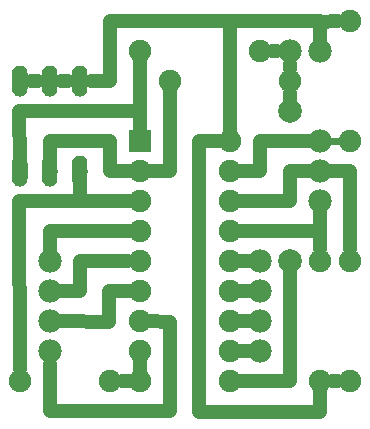
<source format=gbl>
G04 MADE WITH FRITZING*
G04 WWW.FRITZING.ORG*
G04 DOUBLE SIDED*
G04 HOLES PLATED*
G04 CONTOUR ON CENTER OF CONTOUR VECTOR*
%ASAXBY*%
%FSLAX23Y23*%
%MOIN*%
%OFA0B0*%
%SFA1.0B1.0*%
%ADD10C,0.075000*%
%ADD11C,0.078000*%
%ADD12C,0.052000*%
%ADD13C,0.078740*%
%ADD14R,0.075000X0.075000*%
%ADD15C,0.048000*%
%ADD16C,0.024000*%
%ADD17R,0.001000X0.001000*%
%LNCOPPER0*%
G90*
G70*
G54D10*
X518Y1117D03*
X818Y1117D03*
X518Y1017D03*
X818Y1017D03*
X518Y917D03*
X818Y917D03*
X518Y817D03*
X818Y817D03*
X518Y717D03*
X818Y717D03*
X518Y617D03*
X818Y617D03*
X518Y517D03*
X818Y517D03*
X518Y417D03*
X818Y417D03*
X1018Y1217D03*
X1018Y717D03*
X518Y317D03*
X818Y317D03*
G54D11*
X1118Y917D03*
X1118Y1017D03*
X1118Y1117D03*
X918Y417D03*
X918Y517D03*
X918Y617D03*
X918Y717D03*
X218Y417D03*
X218Y517D03*
X218Y617D03*
X218Y717D03*
G54D10*
X1218Y1117D03*
X1218Y1517D03*
X1218Y717D03*
X1218Y317D03*
X1118Y717D03*
X1118Y317D03*
G54D12*
X118Y1017D03*
X218Y1017D03*
X218Y1317D03*
X118Y1317D03*
X218Y1017D03*
X318Y1017D03*
X318Y1317D03*
X218Y1317D03*
G54D10*
X518Y1417D03*
X918Y1417D03*
X618Y1317D03*
X1018Y1317D03*
X118Y317D03*
X418Y317D03*
G54D11*
X1018Y1417D03*
X1118Y1417D03*
G54D13*
X1018Y1217D03*
X1018Y717D03*
G54D14*
X518Y1117D03*
G54D15*
X1118Y1516D02*
X1118Y1459D01*
D02*
X1178Y1517D02*
X1118Y1516D01*
D02*
X1018Y1278D02*
X1018Y1255D01*
G54D16*
D02*
X1148Y1117D02*
X1189Y1117D01*
D02*
X190Y1317D02*
X145Y1317D01*
G54D15*
D02*
X279Y1317D02*
X256Y1317D01*
D02*
X1218Y1018D02*
X1218Y757D01*
D02*
X1159Y1018D02*
X1218Y1018D01*
D02*
X1018Y1357D02*
X1018Y1376D01*
D02*
X976Y1417D02*
X957Y1417D01*
D02*
X179Y1317D02*
X156Y1317D01*
D02*
X1117Y757D02*
X1117Y817D01*
D02*
X1117Y817D02*
X1117Y876D01*
D02*
X1157Y317D02*
X1178Y317D01*
D02*
X317Y618D02*
X248Y618D01*
D02*
X317Y717D02*
X317Y618D01*
D02*
X478Y717D02*
X317Y717D01*
D02*
X416Y516D02*
X259Y517D01*
D02*
X489Y618D02*
X416Y618D01*
D02*
X416Y618D02*
X416Y516D01*
D02*
X218Y819D02*
X218Y748D01*
D02*
X489Y818D02*
X218Y819D01*
D02*
X116Y918D02*
X117Y357D01*
D02*
X489Y917D02*
X116Y918D01*
D02*
X317Y918D02*
X489Y918D01*
D02*
X317Y990D02*
X317Y918D01*
D02*
X116Y1218D02*
X518Y1218D01*
D02*
X518Y1218D02*
X518Y1146D01*
D02*
X117Y1045D02*
X116Y1218D01*
D02*
X818Y1518D02*
X818Y1146D01*
D02*
X418Y1517D02*
X818Y1518D01*
D02*
X418Y1317D02*
X418Y1517D01*
D02*
X356Y1317D02*
X418Y1317D01*
D02*
X617Y1017D02*
X546Y1017D01*
D02*
X617Y1289D02*
X617Y1017D01*
D02*
X518Y1317D02*
X518Y1146D01*
D02*
X518Y1389D02*
X518Y1317D01*
D02*
X1118Y1518D02*
X818Y1518D01*
D02*
X818Y1518D02*
X818Y1146D01*
D02*
X1118Y1448D02*
X1118Y1518D01*
D02*
X518Y318D02*
X518Y389D01*
D02*
X457Y318D02*
X518Y318D01*
D02*
X518Y346D02*
X518Y389D01*
D02*
X1019Y318D02*
X1018Y691D01*
D02*
X846Y318D02*
X1019Y318D01*
D02*
X846Y717D02*
X887Y717D01*
D02*
X846Y617D02*
X887Y617D01*
D02*
X846Y517D02*
X887Y517D01*
D02*
X917Y1119D02*
X1087Y1118D01*
D02*
X917Y1017D02*
X917Y1119D01*
D02*
X846Y1017D02*
X917Y1017D01*
D02*
X1019Y1017D02*
X1087Y1017D01*
D02*
X1019Y918D02*
X1019Y1017D01*
D02*
X846Y918D02*
X1019Y918D01*
D02*
X1118Y819D02*
X846Y818D01*
D02*
X1118Y887D02*
X1118Y819D01*
D02*
X716Y1119D02*
X789Y1118D01*
D02*
X1118Y216D02*
X716Y216D01*
D02*
X716Y216D02*
X716Y1119D01*
D02*
X1118Y289D02*
X1118Y216D01*
D02*
X218Y218D02*
X218Y376D01*
D02*
X617Y516D02*
X619Y218D01*
D02*
X546Y517D02*
X617Y516D01*
D02*
X619Y218D02*
X218Y218D01*
D02*
X887Y417D02*
X846Y417D01*
D02*
X417Y1118D02*
X417Y1019D01*
D02*
X417Y1019D02*
X489Y1018D01*
D02*
X218Y1118D02*
X417Y1118D01*
D02*
X218Y1045D02*
X218Y1118D01*
G54D17*
X111Y1369D02*
X123Y1369D01*
X211Y1369D02*
X223Y1369D01*
X311Y1369D02*
X323Y1369D01*
X108Y1368D02*
X126Y1368D01*
X208Y1368D02*
X226Y1368D01*
X308Y1368D02*
X326Y1368D01*
X106Y1367D02*
X128Y1367D01*
X206Y1367D02*
X228Y1367D01*
X306Y1367D02*
X328Y1367D01*
X104Y1366D02*
X130Y1366D01*
X204Y1366D02*
X230Y1366D01*
X304Y1366D02*
X330Y1366D01*
X103Y1365D02*
X131Y1365D01*
X203Y1365D02*
X231Y1365D01*
X303Y1365D02*
X331Y1365D01*
X101Y1364D02*
X133Y1364D01*
X201Y1364D02*
X233Y1364D01*
X301Y1364D02*
X333Y1364D01*
X100Y1363D02*
X134Y1363D01*
X200Y1363D02*
X234Y1363D01*
X300Y1363D02*
X334Y1363D01*
X99Y1362D02*
X135Y1362D01*
X199Y1362D02*
X235Y1362D01*
X299Y1362D02*
X335Y1362D01*
X98Y1361D02*
X136Y1361D01*
X198Y1361D02*
X236Y1361D01*
X298Y1361D02*
X336Y1361D01*
X97Y1360D02*
X137Y1360D01*
X197Y1360D02*
X237Y1360D01*
X297Y1360D02*
X337Y1360D01*
X97Y1359D02*
X137Y1359D01*
X196Y1359D02*
X237Y1359D01*
X296Y1359D02*
X337Y1359D01*
X96Y1358D02*
X138Y1358D01*
X196Y1358D02*
X238Y1358D01*
X296Y1358D02*
X338Y1358D01*
X95Y1357D02*
X139Y1357D01*
X195Y1357D02*
X239Y1357D01*
X295Y1357D02*
X339Y1357D01*
X95Y1356D02*
X139Y1356D01*
X195Y1356D02*
X239Y1356D01*
X295Y1356D02*
X339Y1356D01*
X94Y1355D02*
X140Y1355D01*
X194Y1355D02*
X240Y1355D01*
X294Y1355D02*
X340Y1355D01*
X94Y1354D02*
X140Y1354D01*
X194Y1354D02*
X240Y1354D01*
X294Y1354D02*
X340Y1354D01*
X93Y1353D02*
X141Y1353D01*
X193Y1353D02*
X241Y1353D01*
X293Y1353D02*
X341Y1353D01*
X93Y1352D02*
X141Y1352D01*
X193Y1352D02*
X241Y1352D01*
X293Y1352D02*
X341Y1352D01*
X93Y1351D02*
X141Y1351D01*
X193Y1351D02*
X241Y1351D01*
X293Y1351D02*
X341Y1351D01*
X92Y1350D02*
X142Y1350D01*
X192Y1350D02*
X242Y1350D01*
X292Y1350D02*
X342Y1350D01*
X92Y1349D02*
X142Y1349D01*
X192Y1349D02*
X242Y1349D01*
X292Y1349D02*
X342Y1349D01*
X92Y1348D02*
X142Y1348D01*
X192Y1348D02*
X242Y1348D01*
X292Y1348D02*
X342Y1348D01*
X92Y1347D02*
X142Y1347D01*
X192Y1347D02*
X242Y1347D01*
X292Y1347D02*
X342Y1347D01*
X92Y1346D02*
X142Y1346D01*
X192Y1346D02*
X242Y1346D01*
X292Y1346D02*
X342Y1346D01*
X92Y1345D02*
X142Y1345D01*
X192Y1345D02*
X242Y1345D01*
X292Y1345D02*
X342Y1345D01*
X92Y1344D02*
X142Y1344D01*
X192Y1344D02*
X242Y1344D01*
X291Y1344D02*
X342Y1344D01*
X92Y1343D02*
X143Y1343D01*
X191Y1343D02*
X242Y1343D01*
X291Y1343D02*
X342Y1343D01*
X92Y1342D02*
X143Y1342D01*
X191Y1342D02*
X242Y1342D01*
X291Y1342D02*
X342Y1342D01*
X92Y1341D02*
X143Y1341D01*
X191Y1341D02*
X242Y1341D01*
X291Y1341D02*
X342Y1341D01*
X92Y1340D02*
X143Y1340D01*
X191Y1340D02*
X242Y1340D01*
X291Y1340D02*
X342Y1340D01*
X92Y1339D02*
X143Y1339D01*
X191Y1339D02*
X242Y1339D01*
X291Y1339D02*
X342Y1339D01*
X92Y1338D02*
X143Y1338D01*
X191Y1338D02*
X242Y1338D01*
X291Y1338D02*
X342Y1338D01*
X92Y1337D02*
X143Y1337D01*
X191Y1337D02*
X242Y1337D01*
X291Y1337D02*
X342Y1337D01*
X92Y1336D02*
X143Y1336D01*
X191Y1336D02*
X242Y1336D01*
X291Y1336D02*
X342Y1336D01*
X92Y1335D02*
X143Y1335D01*
X191Y1335D02*
X242Y1335D01*
X291Y1335D02*
X342Y1335D01*
X92Y1334D02*
X143Y1334D01*
X191Y1334D02*
X242Y1334D01*
X291Y1334D02*
X342Y1334D01*
X92Y1333D02*
X112Y1333D01*
X122Y1333D02*
X143Y1333D01*
X191Y1333D02*
X212Y1333D01*
X222Y1333D02*
X242Y1333D01*
X291Y1333D02*
X312Y1333D01*
X322Y1333D02*
X342Y1333D01*
X92Y1332D02*
X109Y1332D01*
X125Y1332D02*
X143Y1332D01*
X191Y1332D02*
X209Y1332D01*
X225Y1332D02*
X242Y1332D01*
X291Y1332D02*
X309Y1332D01*
X325Y1332D02*
X342Y1332D01*
X92Y1331D02*
X108Y1331D01*
X126Y1331D02*
X143Y1331D01*
X191Y1331D02*
X208Y1331D01*
X226Y1331D02*
X242Y1331D01*
X291Y1331D02*
X308Y1331D01*
X326Y1331D02*
X342Y1331D01*
X92Y1330D02*
X106Y1330D01*
X128Y1330D02*
X143Y1330D01*
X191Y1330D02*
X206Y1330D01*
X228Y1330D02*
X242Y1330D01*
X291Y1330D02*
X306Y1330D01*
X328Y1330D02*
X342Y1330D01*
X92Y1329D02*
X105Y1329D01*
X129Y1329D02*
X143Y1329D01*
X191Y1329D02*
X205Y1329D01*
X229Y1329D02*
X242Y1329D01*
X291Y1329D02*
X305Y1329D01*
X329Y1329D02*
X342Y1329D01*
X92Y1328D02*
X104Y1328D01*
X130Y1328D02*
X143Y1328D01*
X191Y1328D02*
X204Y1328D01*
X230Y1328D02*
X242Y1328D01*
X291Y1328D02*
X304Y1328D01*
X330Y1328D02*
X342Y1328D01*
X92Y1327D02*
X103Y1327D01*
X131Y1327D02*
X143Y1327D01*
X191Y1327D02*
X203Y1327D01*
X231Y1327D02*
X242Y1327D01*
X291Y1327D02*
X303Y1327D01*
X331Y1327D02*
X342Y1327D01*
X92Y1326D02*
X103Y1326D01*
X131Y1326D02*
X143Y1326D01*
X191Y1326D02*
X203Y1326D01*
X231Y1326D02*
X242Y1326D01*
X291Y1326D02*
X303Y1326D01*
X331Y1326D02*
X342Y1326D01*
X92Y1325D02*
X102Y1325D01*
X132Y1325D02*
X143Y1325D01*
X191Y1325D02*
X202Y1325D01*
X232Y1325D02*
X242Y1325D01*
X291Y1325D02*
X302Y1325D01*
X332Y1325D02*
X342Y1325D01*
X92Y1324D02*
X102Y1324D01*
X132Y1324D02*
X143Y1324D01*
X191Y1324D02*
X202Y1324D01*
X232Y1324D02*
X242Y1324D01*
X291Y1324D02*
X302Y1324D01*
X332Y1324D02*
X342Y1324D01*
X92Y1323D02*
X101Y1323D01*
X133Y1323D02*
X143Y1323D01*
X191Y1323D02*
X201Y1323D01*
X233Y1323D02*
X242Y1323D01*
X291Y1323D02*
X301Y1323D01*
X333Y1323D02*
X342Y1323D01*
X92Y1322D02*
X101Y1322D01*
X133Y1322D02*
X143Y1322D01*
X191Y1322D02*
X201Y1322D01*
X233Y1322D02*
X242Y1322D01*
X291Y1322D02*
X301Y1322D01*
X333Y1322D02*
X342Y1322D01*
X92Y1321D02*
X101Y1321D01*
X133Y1321D02*
X143Y1321D01*
X191Y1321D02*
X201Y1321D01*
X233Y1321D02*
X242Y1321D01*
X291Y1321D02*
X301Y1321D01*
X333Y1321D02*
X342Y1321D01*
X92Y1320D02*
X101Y1320D01*
X133Y1320D02*
X143Y1320D01*
X191Y1320D02*
X201Y1320D01*
X233Y1320D02*
X242Y1320D01*
X291Y1320D02*
X301Y1320D01*
X333Y1320D02*
X342Y1320D01*
X92Y1319D02*
X101Y1319D01*
X133Y1319D02*
X143Y1319D01*
X191Y1319D02*
X201Y1319D01*
X233Y1319D02*
X242Y1319D01*
X291Y1319D02*
X301Y1319D01*
X333Y1319D02*
X342Y1319D01*
X92Y1318D02*
X101Y1318D01*
X133Y1318D02*
X143Y1318D01*
X191Y1318D02*
X201Y1318D01*
X233Y1318D02*
X242Y1318D01*
X291Y1318D02*
X301Y1318D01*
X333Y1318D02*
X342Y1318D01*
X92Y1317D02*
X101Y1317D01*
X133Y1317D02*
X143Y1317D01*
X191Y1317D02*
X201Y1317D01*
X233Y1317D02*
X242Y1317D01*
X291Y1317D02*
X301Y1317D01*
X333Y1317D02*
X342Y1317D01*
X92Y1316D02*
X101Y1316D01*
X133Y1316D02*
X143Y1316D01*
X191Y1316D02*
X201Y1316D01*
X233Y1316D02*
X242Y1316D01*
X291Y1316D02*
X301Y1316D01*
X333Y1316D02*
X342Y1316D01*
X92Y1315D02*
X101Y1315D01*
X133Y1315D02*
X143Y1315D01*
X191Y1315D02*
X201Y1315D01*
X233Y1315D02*
X242Y1315D01*
X291Y1315D02*
X301Y1315D01*
X333Y1315D02*
X342Y1315D01*
X92Y1314D02*
X101Y1314D01*
X133Y1314D02*
X143Y1314D01*
X191Y1314D02*
X201Y1314D01*
X233Y1314D02*
X242Y1314D01*
X291Y1314D02*
X301Y1314D01*
X333Y1314D02*
X342Y1314D01*
X92Y1313D02*
X101Y1313D01*
X133Y1313D02*
X143Y1313D01*
X191Y1313D02*
X201Y1313D01*
X233Y1313D02*
X242Y1313D01*
X291Y1313D02*
X301Y1313D01*
X333Y1313D02*
X342Y1313D01*
X92Y1312D02*
X102Y1312D01*
X132Y1312D02*
X143Y1312D01*
X191Y1312D02*
X202Y1312D01*
X232Y1312D02*
X242Y1312D01*
X291Y1312D02*
X302Y1312D01*
X332Y1312D02*
X342Y1312D01*
X92Y1311D02*
X102Y1311D01*
X132Y1311D02*
X143Y1311D01*
X191Y1311D02*
X202Y1311D01*
X232Y1311D02*
X242Y1311D01*
X291Y1311D02*
X302Y1311D01*
X332Y1311D02*
X342Y1311D01*
X92Y1310D02*
X103Y1310D01*
X131Y1310D02*
X143Y1310D01*
X191Y1310D02*
X203Y1310D01*
X231Y1310D02*
X242Y1310D01*
X291Y1310D02*
X303Y1310D01*
X331Y1310D02*
X342Y1310D01*
X92Y1309D02*
X103Y1309D01*
X131Y1309D02*
X143Y1309D01*
X191Y1309D02*
X203Y1309D01*
X231Y1309D02*
X242Y1309D01*
X291Y1309D02*
X303Y1309D01*
X331Y1309D02*
X342Y1309D01*
X92Y1308D02*
X104Y1308D01*
X130Y1308D02*
X143Y1308D01*
X191Y1308D02*
X204Y1308D01*
X230Y1308D02*
X242Y1308D01*
X291Y1308D02*
X304Y1308D01*
X330Y1308D02*
X342Y1308D01*
X92Y1307D02*
X105Y1307D01*
X129Y1307D02*
X143Y1307D01*
X191Y1307D02*
X205Y1307D01*
X229Y1307D02*
X242Y1307D01*
X291Y1307D02*
X305Y1307D01*
X329Y1307D02*
X342Y1307D01*
X92Y1306D02*
X106Y1306D01*
X128Y1306D02*
X143Y1306D01*
X191Y1306D02*
X206Y1306D01*
X228Y1306D02*
X242Y1306D01*
X291Y1306D02*
X306Y1306D01*
X328Y1306D02*
X342Y1306D01*
X92Y1305D02*
X107Y1305D01*
X127Y1305D02*
X143Y1305D01*
X191Y1305D02*
X207Y1305D01*
X227Y1305D02*
X242Y1305D01*
X291Y1305D02*
X307Y1305D01*
X327Y1305D02*
X342Y1305D01*
X92Y1304D02*
X109Y1304D01*
X125Y1304D02*
X143Y1304D01*
X191Y1304D02*
X209Y1304D01*
X225Y1304D02*
X242Y1304D01*
X291Y1304D02*
X308Y1304D01*
X325Y1304D02*
X342Y1304D01*
X92Y1303D02*
X110Y1303D01*
X124Y1303D02*
X143Y1303D01*
X191Y1303D02*
X210Y1303D01*
X224Y1303D02*
X242Y1303D01*
X291Y1303D02*
X310Y1303D01*
X323Y1303D02*
X342Y1303D01*
X92Y1302D02*
X114Y1302D01*
X120Y1302D02*
X143Y1302D01*
X191Y1302D02*
X214Y1302D01*
X220Y1302D02*
X242Y1302D01*
X291Y1302D02*
X314Y1302D01*
X320Y1302D02*
X342Y1302D01*
X92Y1301D02*
X143Y1301D01*
X191Y1301D02*
X242Y1301D01*
X291Y1301D02*
X342Y1301D01*
X92Y1300D02*
X143Y1300D01*
X191Y1300D02*
X242Y1300D01*
X291Y1300D02*
X342Y1300D01*
X92Y1299D02*
X143Y1299D01*
X191Y1299D02*
X242Y1299D01*
X291Y1299D02*
X342Y1299D01*
X92Y1298D02*
X143Y1298D01*
X191Y1298D02*
X242Y1298D01*
X291Y1298D02*
X342Y1298D01*
X92Y1297D02*
X143Y1297D01*
X191Y1297D02*
X242Y1297D01*
X291Y1297D02*
X342Y1297D01*
X92Y1296D02*
X143Y1296D01*
X191Y1296D02*
X242Y1296D01*
X291Y1296D02*
X342Y1296D01*
X92Y1295D02*
X143Y1295D01*
X191Y1295D02*
X242Y1295D01*
X291Y1295D02*
X342Y1295D01*
X92Y1294D02*
X143Y1294D01*
X191Y1294D02*
X242Y1294D01*
X291Y1294D02*
X342Y1294D01*
X92Y1293D02*
X143Y1293D01*
X191Y1293D02*
X242Y1293D01*
X291Y1293D02*
X342Y1293D01*
X92Y1292D02*
X143Y1292D01*
X191Y1292D02*
X242Y1292D01*
X291Y1292D02*
X342Y1292D01*
X92Y1291D02*
X142Y1291D01*
X192Y1291D02*
X242Y1291D01*
X292Y1291D02*
X342Y1291D01*
X92Y1290D02*
X142Y1290D01*
X192Y1290D02*
X242Y1290D01*
X292Y1290D02*
X342Y1290D01*
X92Y1289D02*
X142Y1289D01*
X192Y1289D02*
X242Y1289D01*
X292Y1289D02*
X342Y1289D01*
X92Y1288D02*
X142Y1288D01*
X192Y1288D02*
X242Y1288D01*
X292Y1288D02*
X342Y1288D01*
X92Y1287D02*
X142Y1287D01*
X192Y1287D02*
X242Y1287D01*
X292Y1287D02*
X342Y1287D01*
X92Y1286D02*
X142Y1286D01*
X192Y1286D02*
X242Y1286D01*
X292Y1286D02*
X342Y1286D01*
X92Y1285D02*
X142Y1285D01*
X192Y1285D02*
X242Y1285D01*
X292Y1285D02*
X342Y1285D01*
X93Y1284D02*
X141Y1284D01*
X193Y1284D02*
X241Y1284D01*
X293Y1284D02*
X341Y1284D01*
X93Y1283D02*
X141Y1283D01*
X193Y1283D02*
X241Y1283D01*
X293Y1283D02*
X341Y1283D01*
X93Y1282D02*
X141Y1282D01*
X193Y1282D02*
X241Y1282D01*
X293Y1282D02*
X341Y1282D01*
X94Y1281D02*
X140Y1281D01*
X194Y1281D02*
X240Y1281D01*
X294Y1281D02*
X340Y1281D01*
X94Y1280D02*
X140Y1280D01*
X194Y1280D02*
X240Y1280D01*
X294Y1280D02*
X340Y1280D01*
X95Y1279D02*
X139Y1279D01*
X195Y1279D02*
X239Y1279D01*
X295Y1279D02*
X339Y1279D01*
X96Y1278D02*
X138Y1278D01*
X196Y1278D02*
X238Y1278D01*
X295Y1278D02*
X338Y1278D01*
X96Y1277D02*
X138Y1277D01*
X196Y1277D02*
X238Y1277D01*
X296Y1277D02*
X338Y1277D01*
X97Y1276D02*
X137Y1276D01*
X197Y1276D02*
X237Y1276D01*
X297Y1276D02*
X337Y1276D01*
X98Y1275D02*
X136Y1275D01*
X198Y1275D02*
X236Y1275D01*
X298Y1275D02*
X336Y1275D01*
X99Y1274D02*
X135Y1274D01*
X199Y1274D02*
X235Y1274D01*
X299Y1274D02*
X335Y1274D01*
X100Y1273D02*
X134Y1273D01*
X200Y1273D02*
X234Y1273D01*
X300Y1273D02*
X334Y1273D01*
X101Y1272D02*
X133Y1272D01*
X201Y1272D02*
X233Y1272D01*
X301Y1272D02*
X333Y1272D01*
X102Y1271D02*
X132Y1271D01*
X202Y1271D02*
X232Y1271D01*
X302Y1271D02*
X332Y1271D01*
X103Y1270D02*
X131Y1270D01*
X203Y1270D02*
X231Y1270D01*
X303Y1270D02*
X331Y1270D01*
X105Y1269D02*
X129Y1269D01*
X205Y1269D02*
X229Y1269D01*
X305Y1269D02*
X329Y1269D01*
X107Y1268D02*
X127Y1268D01*
X207Y1268D02*
X227Y1268D01*
X307Y1268D02*
X327Y1268D01*
X110Y1267D02*
X124Y1267D01*
X210Y1267D02*
X224Y1267D01*
X310Y1267D02*
X324Y1267D01*
X114Y1266D02*
X120Y1266D01*
X214Y1266D02*
X220Y1266D01*
X314Y1266D02*
X320Y1266D01*
X111Y1069D02*
X123Y1069D01*
X211Y1069D02*
X223Y1069D01*
X311Y1069D02*
X323Y1069D01*
X108Y1068D02*
X126Y1068D01*
X208Y1068D02*
X226Y1068D01*
X308Y1068D02*
X326Y1068D01*
X106Y1067D02*
X128Y1067D01*
X206Y1067D02*
X228Y1067D01*
X306Y1067D02*
X328Y1067D01*
X104Y1066D02*
X130Y1066D01*
X204Y1066D02*
X230Y1066D01*
X304Y1066D02*
X330Y1066D01*
X103Y1065D02*
X132Y1065D01*
X202Y1065D02*
X231Y1065D01*
X302Y1065D02*
X331Y1065D01*
X101Y1064D02*
X133Y1064D01*
X201Y1064D02*
X233Y1064D01*
X301Y1064D02*
X333Y1064D01*
X100Y1063D02*
X134Y1063D01*
X200Y1063D02*
X234Y1063D01*
X300Y1063D02*
X334Y1063D01*
X99Y1062D02*
X135Y1062D01*
X199Y1062D02*
X235Y1062D01*
X299Y1062D02*
X335Y1062D01*
X98Y1061D02*
X136Y1061D01*
X198Y1061D02*
X236Y1061D01*
X298Y1061D02*
X336Y1061D01*
X97Y1060D02*
X137Y1060D01*
X197Y1060D02*
X237Y1060D01*
X297Y1060D02*
X337Y1060D01*
X96Y1059D02*
X138Y1059D01*
X196Y1059D02*
X238Y1059D01*
X296Y1059D02*
X337Y1059D01*
X96Y1058D02*
X138Y1058D01*
X196Y1058D02*
X238Y1058D01*
X296Y1058D02*
X338Y1058D01*
X95Y1057D02*
X139Y1057D01*
X195Y1057D02*
X239Y1057D01*
X295Y1057D02*
X339Y1057D01*
X95Y1056D02*
X139Y1056D01*
X195Y1056D02*
X239Y1056D01*
X295Y1056D02*
X339Y1056D01*
X94Y1055D02*
X140Y1055D01*
X194Y1055D02*
X240Y1055D01*
X294Y1055D02*
X340Y1055D01*
X94Y1054D02*
X140Y1054D01*
X194Y1054D02*
X240Y1054D01*
X294Y1054D02*
X340Y1054D01*
X93Y1053D02*
X141Y1053D01*
X193Y1053D02*
X241Y1053D01*
X293Y1053D02*
X341Y1053D01*
X93Y1052D02*
X141Y1052D01*
X193Y1052D02*
X241Y1052D01*
X293Y1052D02*
X341Y1052D01*
X93Y1051D02*
X141Y1051D01*
X193Y1051D02*
X241Y1051D01*
X292Y1051D02*
X341Y1051D01*
X92Y1050D02*
X142Y1050D01*
X192Y1050D02*
X242Y1050D01*
X292Y1050D02*
X342Y1050D01*
X92Y1049D02*
X142Y1049D01*
X192Y1049D02*
X242Y1049D01*
X292Y1049D02*
X342Y1049D01*
X92Y1048D02*
X142Y1048D01*
X192Y1048D02*
X242Y1048D01*
X292Y1048D02*
X342Y1048D01*
X92Y1047D02*
X142Y1047D01*
X192Y1047D02*
X242Y1047D01*
X292Y1047D02*
X342Y1047D01*
X92Y1046D02*
X142Y1046D01*
X192Y1046D02*
X242Y1046D01*
X292Y1046D02*
X342Y1046D01*
X92Y1045D02*
X142Y1045D01*
X192Y1045D02*
X242Y1045D01*
X292Y1045D02*
X342Y1045D01*
X92Y1044D02*
X142Y1044D01*
X192Y1044D02*
X242Y1044D01*
X291Y1044D02*
X342Y1044D01*
X92Y1043D02*
X143Y1043D01*
X191Y1043D02*
X242Y1043D01*
X291Y1043D02*
X342Y1043D01*
X92Y1042D02*
X143Y1042D01*
X191Y1042D02*
X242Y1042D01*
X291Y1042D02*
X342Y1042D01*
X92Y1041D02*
X143Y1041D01*
X191Y1041D02*
X242Y1041D01*
X291Y1041D02*
X342Y1041D01*
X92Y1040D02*
X143Y1040D01*
X191Y1040D02*
X242Y1040D01*
X291Y1040D02*
X342Y1040D01*
X92Y1039D02*
X143Y1039D01*
X191Y1039D02*
X242Y1039D01*
X291Y1039D02*
X342Y1039D01*
X92Y1038D02*
X143Y1038D01*
X191Y1038D02*
X242Y1038D01*
X291Y1038D02*
X342Y1038D01*
X92Y1037D02*
X143Y1037D01*
X191Y1037D02*
X242Y1037D01*
X291Y1037D02*
X342Y1037D01*
X92Y1036D02*
X143Y1036D01*
X191Y1036D02*
X242Y1036D01*
X291Y1036D02*
X342Y1036D01*
X92Y1035D02*
X143Y1035D01*
X191Y1035D02*
X242Y1035D01*
X291Y1035D02*
X342Y1035D01*
X92Y1034D02*
X143Y1034D01*
X191Y1034D02*
X242Y1034D01*
X291Y1034D02*
X342Y1034D01*
X92Y1033D02*
X112Y1033D01*
X122Y1033D02*
X143Y1033D01*
X191Y1033D02*
X212Y1033D01*
X222Y1033D02*
X242Y1033D01*
X291Y1033D02*
X312Y1033D01*
X322Y1033D02*
X342Y1033D01*
X92Y1032D02*
X109Y1032D01*
X125Y1032D02*
X143Y1032D01*
X191Y1032D02*
X209Y1032D01*
X225Y1032D02*
X242Y1032D01*
X291Y1032D02*
X309Y1032D01*
X325Y1032D02*
X342Y1032D01*
X92Y1031D02*
X107Y1031D01*
X127Y1031D02*
X143Y1031D01*
X191Y1031D02*
X207Y1031D01*
X227Y1031D02*
X242Y1031D01*
X291Y1031D02*
X307Y1031D01*
X326Y1031D02*
X342Y1031D01*
X92Y1030D02*
X106Y1030D01*
X128Y1030D02*
X143Y1030D01*
X191Y1030D02*
X206Y1030D01*
X228Y1030D02*
X242Y1030D01*
X291Y1030D02*
X306Y1030D01*
X328Y1030D02*
X342Y1030D01*
X92Y1029D02*
X105Y1029D01*
X129Y1029D02*
X143Y1029D01*
X191Y1029D02*
X205Y1029D01*
X229Y1029D02*
X242Y1029D01*
X291Y1029D02*
X305Y1029D01*
X329Y1029D02*
X342Y1029D01*
X92Y1028D02*
X104Y1028D01*
X130Y1028D02*
X143Y1028D01*
X191Y1028D02*
X204Y1028D01*
X230Y1028D02*
X242Y1028D01*
X291Y1028D02*
X304Y1028D01*
X330Y1028D02*
X342Y1028D01*
X92Y1027D02*
X103Y1027D01*
X131Y1027D02*
X143Y1027D01*
X191Y1027D02*
X203Y1027D01*
X231Y1027D02*
X242Y1027D01*
X291Y1027D02*
X303Y1027D01*
X331Y1027D02*
X342Y1027D01*
X92Y1026D02*
X103Y1026D01*
X131Y1026D02*
X143Y1026D01*
X191Y1026D02*
X203Y1026D01*
X231Y1026D02*
X242Y1026D01*
X291Y1026D02*
X303Y1026D01*
X331Y1026D02*
X342Y1026D01*
X92Y1025D02*
X102Y1025D01*
X132Y1025D02*
X143Y1025D01*
X191Y1025D02*
X202Y1025D01*
X232Y1025D02*
X242Y1025D01*
X291Y1025D02*
X302Y1025D01*
X332Y1025D02*
X342Y1025D01*
X92Y1024D02*
X102Y1024D01*
X132Y1024D02*
X143Y1024D01*
X191Y1024D02*
X202Y1024D01*
X232Y1024D02*
X242Y1024D01*
X291Y1024D02*
X302Y1024D01*
X332Y1024D02*
X342Y1024D01*
X92Y1023D02*
X101Y1023D01*
X133Y1023D02*
X143Y1023D01*
X191Y1023D02*
X201Y1023D01*
X233Y1023D02*
X242Y1023D01*
X291Y1023D02*
X301Y1023D01*
X333Y1023D02*
X342Y1023D01*
X92Y1022D02*
X101Y1022D01*
X133Y1022D02*
X143Y1022D01*
X191Y1022D02*
X201Y1022D01*
X233Y1022D02*
X242Y1022D01*
X291Y1022D02*
X301Y1022D01*
X333Y1022D02*
X342Y1022D01*
X92Y1021D02*
X101Y1021D01*
X133Y1021D02*
X143Y1021D01*
X191Y1021D02*
X201Y1021D01*
X233Y1021D02*
X242Y1021D01*
X291Y1021D02*
X301Y1021D01*
X333Y1021D02*
X342Y1021D01*
X92Y1020D02*
X101Y1020D01*
X133Y1020D02*
X143Y1020D01*
X191Y1020D02*
X201Y1020D01*
X233Y1020D02*
X242Y1020D01*
X291Y1020D02*
X301Y1020D01*
X333Y1020D02*
X342Y1020D01*
X92Y1019D02*
X101Y1019D01*
X133Y1019D02*
X143Y1019D01*
X191Y1019D02*
X201Y1019D01*
X233Y1019D02*
X242Y1019D01*
X291Y1019D02*
X301Y1019D01*
X333Y1019D02*
X342Y1019D01*
X92Y1018D02*
X101Y1018D01*
X133Y1018D02*
X143Y1018D01*
X191Y1018D02*
X201Y1018D01*
X233Y1018D02*
X242Y1018D01*
X291Y1018D02*
X301Y1018D01*
X333Y1018D02*
X342Y1018D01*
X92Y1017D02*
X101Y1017D01*
X133Y1017D02*
X143Y1017D01*
X191Y1017D02*
X201Y1017D01*
X233Y1017D02*
X242Y1017D01*
X291Y1017D02*
X301Y1017D01*
X333Y1017D02*
X342Y1017D01*
X92Y1016D02*
X101Y1016D01*
X133Y1016D02*
X143Y1016D01*
X191Y1016D02*
X201Y1016D01*
X233Y1016D02*
X242Y1016D01*
X291Y1016D02*
X301Y1016D01*
X333Y1016D02*
X342Y1016D01*
X92Y1015D02*
X101Y1015D01*
X133Y1015D02*
X143Y1015D01*
X191Y1015D02*
X201Y1015D01*
X233Y1015D02*
X242Y1015D01*
X291Y1015D02*
X301Y1015D01*
X333Y1015D02*
X342Y1015D01*
X92Y1014D02*
X101Y1014D01*
X133Y1014D02*
X143Y1014D01*
X191Y1014D02*
X201Y1014D01*
X233Y1014D02*
X242Y1014D01*
X291Y1014D02*
X301Y1014D01*
X333Y1014D02*
X342Y1014D01*
X92Y1013D02*
X101Y1013D01*
X133Y1013D02*
X143Y1013D01*
X191Y1013D02*
X201Y1013D01*
X233Y1013D02*
X242Y1013D01*
X291Y1013D02*
X301Y1013D01*
X333Y1013D02*
X342Y1013D01*
X92Y1012D02*
X102Y1012D01*
X132Y1012D02*
X143Y1012D01*
X191Y1012D02*
X202Y1012D01*
X232Y1012D02*
X242Y1012D01*
X291Y1012D02*
X302Y1012D01*
X332Y1012D02*
X342Y1012D01*
X92Y1011D02*
X102Y1011D01*
X132Y1011D02*
X143Y1011D01*
X191Y1011D02*
X202Y1011D01*
X232Y1011D02*
X242Y1011D01*
X291Y1011D02*
X302Y1011D01*
X332Y1011D02*
X342Y1011D01*
X92Y1010D02*
X103Y1010D01*
X131Y1010D02*
X143Y1010D01*
X191Y1010D02*
X203Y1010D01*
X231Y1010D02*
X242Y1010D01*
X291Y1010D02*
X303Y1010D01*
X331Y1010D02*
X342Y1010D01*
X92Y1009D02*
X103Y1009D01*
X131Y1009D02*
X143Y1009D01*
X191Y1009D02*
X203Y1009D01*
X231Y1009D02*
X242Y1009D01*
X291Y1009D02*
X303Y1009D01*
X331Y1009D02*
X342Y1009D01*
X92Y1008D02*
X104Y1008D01*
X130Y1008D02*
X143Y1008D01*
X191Y1008D02*
X204Y1008D01*
X230Y1008D02*
X242Y1008D01*
X291Y1008D02*
X304Y1008D01*
X330Y1008D02*
X342Y1008D01*
X92Y1007D02*
X105Y1007D01*
X129Y1007D02*
X143Y1007D01*
X191Y1007D02*
X205Y1007D01*
X229Y1007D02*
X242Y1007D01*
X291Y1007D02*
X305Y1007D01*
X329Y1007D02*
X342Y1007D01*
X92Y1006D02*
X106Y1006D01*
X128Y1006D02*
X143Y1006D01*
X191Y1006D02*
X206Y1006D01*
X228Y1006D02*
X242Y1006D01*
X291Y1006D02*
X306Y1006D01*
X328Y1006D02*
X342Y1006D01*
X92Y1005D02*
X107Y1005D01*
X127Y1005D02*
X143Y1005D01*
X191Y1005D02*
X207Y1005D01*
X227Y1005D02*
X242Y1005D01*
X291Y1005D02*
X307Y1005D01*
X327Y1005D02*
X342Y1005D01*
X92Y1004D02*
X109Y1004D01*
X125Y1004D02*
X143Y1004D01*
X191Y1004D02*
X209Y1004D01*
X225Y1004D02*
X242Y1004D01*
X291Y1004D02*
X309Y1004D01*
X325Y1004D02*
X342Y1004D01*
X92Y1003D02*
X111Y1003D01*
X123Y1003D02*
X143Y1003D01*
X191Y1003D02*
X211Y1003D01*
X223Y1003D02*
X242Y1003D01*
X291Y1003D02*
X311Y1003D01*
X323Y1003D02*
X342Y1003D01*
X92Y1002D02*
X115Y1002D01*
X119Y1002D02*
X143Y1002D01*
X191Y1002D02*
X215Y1002D01*
X219Y1002D02*
X242Y1002D01*
X291Y1002D02*
X315Y1002D01*
X319Y1002D02*
X342Y1002D01*
X92Y1001D02*
X143Y1001D01*
X191Y1001D02*
X242Y1001D01*
X291Y1001D02*
X342Y1001D01*
X92Y1000D02*
X143Y1000D01*
X191Y1000D02*
X242Y1000D01*
X291Y1000D02*
X342Y1000D01*
X92Y999D02*
X143Y999D01*
X191Y999D02*
X242Y999D01*
X291Y999D02*
X342Y999D01*
X92Y998D02*
X143Y998D01*
X191Y998D02*
X242Y998D01*
X291Y998D02*
X342Y998D01*
X92Y997D02*
X143Y997D01*
X191Y997D02*
X242Y997D01*
X291Y997D02*
X342Y997D01*
X92Y996D02*
X143Y996D01*
X191Y996D02*
X242Y996D01*
X291Y996D02*
X342Y996D01*
X92Y995D02*
X143Y995D01*
X191Y995D02*
X242Y995D01*
X291Y995D02*
X342Y995D01*
X92Y994D02*
X143Y994D01*
X191Y994D02*
X242Y994D01*
X291Y994D02*
X342Y994D01*
X92Y993D02*
X143Y993D01*
X191Y993D02*
X242Y993D01*
X291Y993D02*
X342Y993D01*
X92Y992D02*
X143Y992D01*
X191Y992D02*
X242Y992D01*
X291Y992D02*
X342Y992D01*
X92Y991D02*
X142Y991D01*
X192Y991D02*
X242Y991D01*
X292Y991D02*
X342Y991D01*
X92Y990D02*
X142Y990D01*
X192Y990D02*
X242Y990D01*
X292Y990D02*
X342Y990D01*
X92Y989D02*
X142Y989D01*
X192Y989D02*
X242Y989D01*
X292Y989D02*
X342Y989D01*
X92Y988D02*
X142Y988D01*
X192Y988D02*
X242Y988D01*
X292Y988D02*
X342Y988D01*
X92Y987D02*
X142Y987D01*
X192Y987D02*
X242Y987D01*
X292Y987D02*
X342Y987D01*
X92Y986D02*
X142Y986D01*
X192Y986D02*
X242Y986D01*
X292Y986D02*
X342Y986D01*
X92Y985D02*
X142Y985D01*
X192Y985D02*
X242Y985D01*
X292Y985D02*
X342Y985D01*
X93Y984D02*
X141Y984D01*
X193Y984D02*
X241Y984D01*
X293Y984D02*
X341Y984D01*
X93Y983D02*
X141Y983D01*
X193Y983D02*
X241Y983D01*
X293Y983D02*
X341Y983D01*
X93Y982D02*
X141Y982D01*
X193Y982D02*
X241Y982D01*
X293Y982D02*
X341Y982D01*
X94Y981D02*
X140Y981D01*
X194Y981D02*
X240Y981D01*
X294Y981D02*
X340Y981D01*
X94Y980D02*
X140Y980D01*
X194Y980D02*
X240Y980D01*
X294Y980D02*
X339Y980D01*
X95Y979D02*
X139Y979D01*
X195Y979D02*
X239Y979D01*
X295Y979D02*
X339Y979D01*
X96Y978D02*
X138Y978D01*
X196Y978D02*
X238Y978D01*
X296Y978D02*
X338Y978D01*
X96Y977D02*
X138Y977D01*
X196Y977D02*
X238Y977D01*
X296Y977D02*
X338Y977D01*
X97Y976D02*
X137Y976D01*
X197Y976D02*
X237Y976D01*
X297Y976D02*
X337Y976D01*
X98Y975D02*
X136Y975D01*
X198Y975D02*
X236Y975D01*
X298Y975D02*
X336Y975D01*
X99Y974D02*
X135Y974D01*
X199Y974D02*
X235Y974D01*
X299Y974D02*
X335Y974D01*
X100Y973D02*
X134Y973D01*
X200Y973D02*
X234Y973D01*
X300Y973D02*
X334Y973D01*
X101Y972D02*
X133Y972D01*
X201Y972D02*
X233Y972D01*
X301Y972D02*
X333Y972D01*
X102Y971D02*
X132Y971D01*
X202Y971D02*
X232Y971D01*
X302Y971D02*
X332Y971D01*
X103Y970D02*
X131Y970D01*
X203Y970D02*
X231Y970D01*
X303Y970D02*
X331Y970D01*
X105Y969D02*
X129Y969D01*
X205Y969D02*
X229Y969D01*
X305Y969D02*
X329Y969D01*
X107Y968D02*
X127Y968D01*
X207Y968D02*
X227Y968D01*
X307Y968D02*
X327Y968D01*
X110Y967D02*
X124Y967D01*
X210Y967D02*
X224Y967D01*
X310Y967D02*
X324Y967D01*
X115Y966D02*
X119Y966D01*
X215Y966D02*
X219Y966D01*
X315Y966D02*
X319Y966D01*
D02*
G04 End of Copper0*
M02*
</source>
